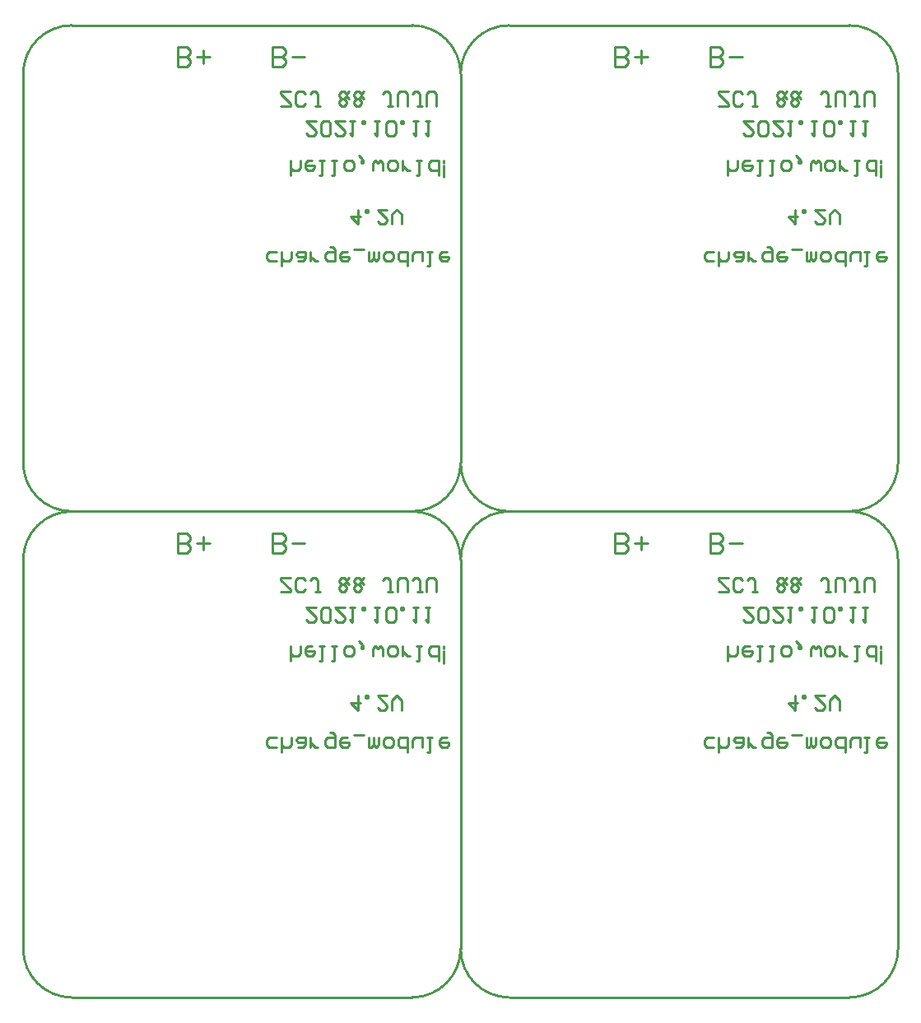
<source format=gbo>
G04*
G04 #@! TF.GenerationSoftware,Altium Limited,Altium Designer,20.2.3 (150)*
G04*
G04 Layer_Color=32896*
%FSLAX44Y44*%
%MOMM*%
G71*
G04*
G04 #@! TF.SameCoordinates,C1CC25AD-0FF3-43E4-BDA3-AC1D03E08D52*
G04*
G04*
G04 #@! TF.FilePolarity,Positive*
G04*
G01*
G75*
%ADD31C,0.2540*%
%ADD39C,0.2540*%
D31*
X256413Y457526D02*
Y477520D01*
X266410D01*
X269742Y474188D01*
Y470855D01*
X266410Y467523D01*
X256413D01*
X266410D01*
X269742Y464191D01*
Y460859D01*
X266410Y457526D01*
X256413D01*
X276407Y467523D02*
X289736D01*
X158750Y457526D02*
Y477520D01*
X168747D01*
X172079Y474188D01*
Y470855D01*
X168747Y467523D01*
X158750D01*
X168747D01*
X172079Y464191D01*
Y460859D01*
X168747Y457526D01*
X158750D01*
X178744Y467523D02*
X192073D01*
X185408Y460859D02*
Y474188D01*
X344438Y310540D02*
Y295545D01*
X336940Y303042D01*
X346937D01*
X351935Y310540D02*
Y308041D01*
X354434D01*
Y310540D01*
X351935D01*
X374428D02*
X364431D01*
X374428Y300543D01*
Y298044D01*
X371929Y295545D01*
X366930D01*
X364431Y298044D01*
X379426Y295545D02*
Y305542D01*
X384425Y310540D01*
X389423Y305542D01*
Y295545D01*
X260568Y257293D02*
X253070D01*
X250571Y259792D01*
Y264790D01*
X253070Y267290D01*
X260568D01*
X265566Y252295D02*
Y267290D01*
Y259792D01*
X268065Y257293D01*
X273064D01*
X275563Y259792D01*
Y267290D01*
X283060Y257293D02*
X288059D01*
X290558Y259792D01*
Y267290D01*
X283060D01*
X280561Y264790D01*
X283060Y262291D01*
X290558D01*
X295556Y257293D02*
Y267290D01*
Y262291D01*
X298056Y259792D01*
X300555Y257293D01*
X303054D01*
X315550Y272288D02*
X318049D01*
X320548Y269789D01*
Y257293D01*
X313051D01*
X310552Y259792D01*
Y264790D01*
X313051Y267290D01*
X320548D01*
X333044D02*
X328046D01*
X325547Y264790D01*
Y259792D01*
X328046Y257293D01*
X333044D01*
X335544Y259792D01*
Y262291D01*
X325547D01*
X340542Y269789D02*
X350539D01*
X355537Y267290D02*
Y257293D01*
X358036D01*
X360535Y259792D01*
Y267290D01*
Y259792D01*
X363035Y257293D01*
X365534Y259792D01*
Y267290D01*
X373031D02*
X378030D01*
X380529Y264790D01*
Y259792D01*
X378030Y257293D01*
X373031D01*
X370532Y259792D01*
Y264790D01*
X373031Y267290D01*
X395524Y252295D02*
Y267290D01*
X388027D01*
X385527Y264790D01*
Y259792D01*
X388027Y257293D01*
X395524D01*
X400522D02*
Y264790D01*
X403022Y267290D01*
X410519D01*
Y257293D01*
X415518Y267290D02*
X420516D01*
X418017D01*
Y252295D01*
X415518D01*
X435511Y267290D02*
X430513D01*
X428013Y264790D01*
Y259792D01*
X430513Y257293D01*
X435511D01*
X438010Y259792D01*
Y262291D01*
X428013D01*
X274955Y346147D02*
Y361143D01*
Y353645D01*
X277454Y351146D01*
X282453D01*
X284952Y353645D01*
Y361143D01*
X297448D02*
X292449D01*
X289950Y358643D01*
Y353645D01*
X292449Y351146D01*
X297448D01*
X299947Y353645D01*
Y356144D01*
X289950D01*
X304945Y361143D02*
X309944D01*
X307444D01*
Y346147D01*
X304945D01*
X317441Y361143D02*
X322440D01*
X319940D01*
Y346147D01*
X317441D01*
X332436Y361143D02*
X337435D01*
X339934Y358643D01*
Y353645D01*
X337435Y351146D01*
X332436D01*
X329937Y353645D01*
Y358643D01*
X332436Y361143D01*
X347431Y363642D02*
X349931Y361143D01*
Y358643D01*
X347431D01*
Y361143D01*
X349931D01*
X347431Y363642D01*
X344932Y366141D01*
X359927Y351146D02*
Y358643D01*
X362427Y361143D01*
X364926Y358643D01*
X367425Y361143D01*
X369924Y358643D01*
Y351146D01*
X377422Y361143D02*
X382420D01*
X384919Y358643D01*
Y353645D01*
X382420Y351146D01*
X377422D01*
X374923Y353645D01*
Y358643D01*
X377422Y361143D01*
X389918Y351146D02*
Y361143D01*
Y356144D01*
X392417Y353645D01*
X394916Y351146D01*
X397415D01*
X404913Y361143D02*
X409911D01*
X407412D01*
Y346147D01*
X404913D01*
X427406D02*
Y361143D01*
X419908D01*
X417409Y358643D01*
Y353645D01*
X419908Y351146D01*
X427406D01*
X432404Y356144D02*
Y343648D01*
Y358643D02*
Y361143D01*
X301081Y401320D02*
X291084D01*
X301081Y391323D01*
Y388824D01*
X298582Y386325D01*
X293583D01*
X291084Y388824D01*
X306079D02*
X308578Y386325D01*
X313577D01*
X316076Y388824D01*
Y398821D01*
X313577Y401320D01*
X308578D01*
X306079Y398821D01*
Y388824D01*
X331071Y401320D02*
X321074D01*
X331071Y391323D01*
Y388824D01*
X328572Y386325D01*
X323573D01*
X321074Y388824D01*
X336069Y401320D02*
X341068D01*
X338569D01*
Y386325D01*
X336069Y388824D01*
X348565Y401320D02*
Y398821D01*
X351065D01*
Y401320D01*
X348565D01*
X361061D02*
X366060D01*
X363560D01*
Y386325D01*
X361061Y388824D01*
X373557D02*
X376057Y386325D01*
X381055D01*
X383554Y388824D01*
Y398821D01*
X381055Y401320D01*
X376057D01*
X373557Y398821D01*
Y388824D01*
X388553Y401320D02*
Y398821D01*
X391052D01*
Y401320D01*
X388553D01*
X401048D02*
X406047D01*
X403548D01*
Y386325D01*
X401048Y388824D01*
X413544Y401320D02*
X418543D01*
X416044D01*
Y386325D01*
X413544Y388824D01*
X265176Y417059D02*
X275173D01*
Y419558D01*
X265176Y429555D01*
Y432054D01*
X275173D01*
X290168Y419558D02*
X287669Y417059D01*
X282670D01*
X280171Y419558D01*
Y429555D01*
X282670Y432054D01*
X287669D01*
X290168Y429555D01*
X305163Y417059D02*
X300165D01*
X302664D01*
Y429555D01*
X300165Y432054D01*
X297666D01*
X295166Y429555D01*
X335153Y432054D02*
X332654Y429555D01*
X330155Y432054D01*
X327656D01*
X325157Y429555D01*
Y427056D01*
X327656Y424556D01*
X325157Y422057D01*
Y419558D01*
X327656Y417059D01*
X330155D01*
X332654Y419558D01*
Y422057D01*
X330155Y424556D01*
X332654Y427056D01*
Y429555D01*
X335153Y424556D02*
X332654Y427056D01*
X327656Y424556D02*
X330155D01*
X350149Y432054D02*
X347649Y429555D01*
X345150Y432054D01*
X342651D01*
X340152Y429555D01*
Y427056D01*
X342651Y424556D01*
X340152Y422057D01*
Y419558D01*
X342651Y417059D01*
X345150D01*
X347649Y419558D01*
Y422057D01*
X345150Y424556D01*
X347649Y427056D01*
Y429555D01*
X350149Y424556D02*
X347649Y427056D01*
X342651Y424556D02*
X345150D01*
X380139Y417059D02*
X375140D01*
X377640D01*
Y429555D01*
X375140Y432054D01*
X372641D01*
X370142Y429555D01*
X385137Y417059D02*
Y429555D01*
X387636Y432054D01*
X392635D01*
X395134Y429555D01*
Y417059D01*
X410129D02*
X405131D01*
X407630D01*
Y429555D01*
X405131Y432054D01*
X402631D01*
X400132Y429555D01*
X415127Y417059D02*
Y429555D01*
X417627Y432054D01*
X422625D01*
X425124Y429555D01*
Y417059D01*
X706413Y457526D02*
Y477520D01*
X716410D01*
X719742Y474188D01*
Y470855D01*
X716410Y467523D01*
X706413D01*
X716410D01*
X719742Y464191D01*
Y460859D01*
X716410Y457526D01*
X706413D01*
X726406Y467523D02*
X739736D01*
X608750Y457526D02*
Y477520D01*
X618747D01*
X622079Y474188D01*
Y470855D01*
X618747Y467523D01*
X608750D01*
X618747D01*
X622079Y464191D01*
Y460859D01*
X618747Y457526D01*
X608750D01*
X628744Y467523D02*
X642073D01*
X635408Y460859D02*
Y474188D01*
X794438Y310540D02*
Y295545D01*
X786940Y303042D01*
X796937D01*
X801935Y310540D02*
Y308041D01*
X804434D01*
Y310540D01*
X801935D01*
X824428D02*
X814431D01*
X824428Y300543D01*
Y298044D01*
X821929Y295545D01*
X816930D01*
X814431Y298044D01*
X829426Y295545D02*
Y305542D01*
X834425Y310540D01*
X839423Y305542D01*
Y295545D01*
X710568Y257293D02*
X703070D01*
X700571Y259792D01*
Y264790D01*
X703070Y267290D01*
X710568D01*
X715566Y252295D02*
Y267290D01*
Y259792D01*
X718065Y257293D01*
X723064D01*
X725563Y259792D01*
Y267290D01*
X733061Y257293D02*
X738059D01*
X740558Y259792D01*
Y267290D01*
X733061D01*
X730561Y264790D01*
X733061Y262291D01*
X740558D01*
X745556Y257293D02*
Y267290D01*
Y262291D01*
X748056Y259792D01*
X750555Y257293D01*
X753054D01*
X765550Y272288D02*
X768049D01*
X770548Y269789D01*
Y257293D01*
X763051D01*
X760552Y259792D01*
Y264790D01*
X763051Y267290D01*
X770548D01*
X783044D02*
X778046D01*
X775547Y264790D01*
Y259792D01*
X778046Y257293D01*
X783044D01*
X785544Y259792D01*
Y262291D01*
X775547D01*
X790542Y269789D02*
X800539D01*
X805537Y267290D02*
Y257293D01*
X808036D01*
X810535Y259792D01*
Y267290D01*
Y259792D01*
X813035Y257293D01*
X815534Y259792D01*
Y267290D01*
X823031D02*
X828030D01*
X830529Y264790D01*
Y259792D01*
X828030Y257293D01*
X823031D01*
X820532Y259792D01*
Y264790D01*
X823031Y267290D01*
X845524Y252295D02*
Y267290D01*
X838027D01*
X835527Y264790D01*
Y259792D01*
X838027Y257293D01*
X845524D01*
X850522D02*
Y264790D01*
X853022Y267290D01*
X860519D01*
Y257293D01*
X865518Y267290D02*
X870516D01*
X868017D01*
Y252295D01*
X865518D01*
X885511Y267290D02*
X880513D01*
X878014Y264790D01*
Y259792D01*
X880513Y257293D01*
X885511D01*
X888010Y259792D01*
Y262291D01*
X878014D01*
X724955Y346147D02*
Y361143D01*
Y353645D01*
X727454Y351146D01*
X732453D01*
X734952Y353645D01*
Y361143D01*
X747448D02*
X742449D01*
X739950Y358643D01*
Y353645D01*
X742449Y351146D01*
X747448D01*
X749947Y353645D01*
Y356144D01*
X739950D01*
X754945Y361143D02*
X759944D01*
X757445D01*
Y346147D01*
X754945D01*
X767441Y361143D02*
X772440D01*
X769940D01*
Y346147D01*
X767441D01*
X782436Y361143D02*
X787435D01*
X789934Y358643D01*
Y353645D01*
X787435Y351146D01*
X782436D01*
X779937Y353645D01*
Y358643D01*
X782436Y361143D01*
X797431Y363642D02*
X799931Y361143D01*
Y358643D01*
X797431D01*
Y361143D01*
X799931D01*
X797431Y363642D01*
X794932Y366141D01*
X809928Y351146D02*
Y358643D01*
X812427Y361143D01*
X814926Y358643D01*
X817425Y361143D01*
X819924Y358643D01*
Y351146D01*
X827422Y361143D02*
X832420D01*
X834919Y358643D01*
Y353645D01*
X832420Y351146D01*
X827422D01*
X824923Y353645D01*
Y358643D01*
X827422Y361143D01*
X839918Y351146D02*
Y361143D01*
Y356144D01*
X842417Y353645D01*
X844916Y351146D01*
X847415D01*
X854913Y361143D02*
X859911D01*
X857412D01*
Y346147D01*
X854913D01*
X877406D02*
Y361143D01*
X869908D01*
X867409Y358643D01*
Y353645D01*
X869908Y351146D01*
X877406D01*
X882404Y356144D02*
Y343648D01*
Y358643D02*
Y361143D01*
X751081Y401320D02*
X741084D01*
X751081Y391323D01*
Y388824D01*
X748582Y386325D01*
X743583D01*
X741084Y388824D01*
X756079D02*
X758578Y386325D01*
X763577D01*
X766076Y388824D01*
Y398821D01*
X763577Y401320D01*
X758578D01*
X756079Y398821D01*
Y388824D01*
X781071Y401320D02*
X771074D01*
X781071Y391323D01*
Y388824D01*
X778572Y386325D01*
X773574D01*
X771074Y388824D01*
X786069Y401320D02*
X791068D01*
X788569D01*
Y386325D01*
X786069Y388824D01*
X798565Y401320D02*
Y398821D01*
X801065D01*
Y401320D01*
X798565D01*
X811061D02*
X816060D01*
X813560D01*
Y386325D01*
X811061Y388824D01*
X823557D02*
X826057Y386325D01*
X831055D01*
X833554Y388824D01*
Y398821D01*
X831055Y401320D01*
X826057D01*
X823557Y398821D01*
Y388824D01*
X838552Y401320D02*
Y398821D01*
X841052D01*
Y401320D01*
X838552D01*
X851048D02*
X856047D01*
X853548D01*
Y386325D01*
X851048Y388824D01*
X863544Y401320D02*
X868543D01*
X866044D01*
Y386325D01*
X863544Y388824D01*
X715176Y417059D02*
X725173D01*
Y419558D01*
X715176Y429555D01*
Y432054D01*
X725173D01*
X740168Y419558D02*
X737669Y417059D01*
X732670D01*
X730171Y419558D01*
Y429555D01*
X732670Y432054D01*
X737669D01*
X740168Y429555D01*
X755163Y417059D02*
X750165D01*
X752664D01*
Y429555D01*
X750165Y432054D01*
X747665D01*
X745166Y429555D01*
X785153Y432054D02*
X782654Y429555D01*
X780155Y432054D01*
X777656D01*
X775157Y429555D01*
Y427056D01*
X777656Y424556D01*
X775157Y422057D01*
Y419558D01*
X777656Y417059D01*
X780155D01*
X782654Y419558D01*
Y422057D01*
X780155Y424556D01*
X782654Y427056D01*
Y429555D01*
X785153Y424556D02*
X782654Y427056D01*
X777656Y424556D02*
X780155D01*
X800148Y432054D02*
X797649Y429555D01*
X795150Y432054D01*
X792651D01*
X790152Y429555D01*
Y427056D01*
X792651Y424556D01*
X790152Y422057D01*
Y419558D01*
X792651Y417059D01*
X795150D01*
X797649Y419558D01*
Y422057D01*
X795150Y424556D01*
X797649Y427056D01*
Y429555D01*
X800148Y424556D02*
X797649Y427056D01*
X792651Y424556D02*
X795150D01*
X830139Y417059D02*
X825140D01*
X827640D01*
Y429555D01*
X825140Y432054D01*
X822641D01*
X820142Y429555D01*
X835137Y417059D02*
Y429555D01*
X837636Y432054D01*
X842635D01*
X845134Y429555D01*
Y417059D01*
X860129D02*
X855131D01*
X857630D01*
Y429555D01*
X855131Y432054D01*
X852632D01*
X850132Y429555D01*
X865127Y417059D02*
Y429555D01*
X867627Y432054D01*
X872625D01*
X875124Y429555D01*
Y417059D01*
X256413Y957526D02*
Y977520D01*
X266410D01*
X269742Y974188D01*
Y970855D01*
X266410Y967523D01*
X256413D01*
X266410D01*
X269742Y964191D01*
Y960859D01*
X266410Y957526D01*
X256413D01*
X276407Y967523D02*
X289736D01*
X158750Y957526D02*
Y977520D01*
X168747D01*
X172079Y974188D01*
Y970855D01*
X168747Y967523D01*
X158750D01*
X168747D01*
X172079Y964191D01*
Y960859D01*
X168747Y957526D01*
X158750D01*
X178744Y967523D02*
X192073D01*
X185408Y960859D02*
Y974188D01*
X344438Y810540D02*
Y795545D01*
X336940Y803042D01*
X346937D01*
X351935Y810540D02*
Y808041D01*
X354434D01*
Y810540D01*
X351935D01*
X374428D02*
X364431D01*
X374428Y800543D01*
Y798044D01*
X371929Y795545D01*
X366930D01*
X364431Y798044D01*
X379426Y795545D02*
Y805542D01*
X384425Y810540D01*
X389423Y805542D01*
Y795545D01*
X260568Y757293D02*
X253070D01*
X250571Y759792D01*
Y764790D01*
X253070Y767290D01*
X260568D01*
X265566Y752294D02*
Y767290D01*
Y759792D01*
X268065Y757293D01*
X273064D01*
X275563Y759792D01*
Y767290D01*
X283060Y757293D02*
X288059D01*
X290558Y759792D01*
Y767290D01*
X283060D01*
X280561Y764790D01*
X283060Y762291D01*
X290558D01*
X295556Y757293D02*
Y767290D01*
Y762291D01*
X298056Y759792D01*
X300555Y757293D01*
X303054D01*
X315550Y772288D02*
X318049D01*
X320548Y769789D01*
Y757293D01*
X313051D01*
X310552Y759792D01*
Y764790D01*
X313051Y767290D01*
X320548D01*
X333044D02*
X328046D01*
X325547Y764790D01*
Y759792D01*
X328046Y757293D01*
X333044D01*
X335544Y759792D01*
Y762291D01*
X325547D01*
X340542Y769789D02*
X350539D01*
X355537Y767290D02*
Y757293D01*
X358036D01*
X360535Y759792D01*
Y767290D01*
Y759792D01*
X363035Y757293D01*
X365534Y759792D01*
Y767290D01*
X373031D02*
X378030D01*
X380529Y764790D01*
Y759792D01*
X378030Y757293D01*
X373031D01*
X370532Y759792D01*
Y764790D01*
X373031Y767290D01*
X395524Y752294D02*
Y767290D01*
X388027D01*
X385527Y764790D01*
Y759792D01*
X388027Y757293D01*
X395524D01*
X400522D02*
Y764790D01*
X403022Y767290D01*
X410519D01*
Y757293D01*
X415518Y767290D02*
X420516D01*
X418017D01*
Y752294D01*
X415518D01*
X435511Y767290D02*
X430513D01*
X428013Y764790D01*
Y759792D01*
X430513Y757293D01*
X435511D01*
X438010Y759792D01*
Y762291D01*
X428013D01*
X274955Y846148D02*
Y861143D01*
Y853645D01*
X277454Y851146D01*
X282453D01*
X284952Y853645D01*
Y861143D01*
X297448D02*
X292449D01*
X289950Y858643D01*
Y853645D01*
X292449Y851146D01*
X297448D01*
X299947Y853645D01*
Y856144D01*
X289950D01*
X304945Y861143D02*
X309944D01*
X307444D01*
Y846148D01*
X304945D01*
X317441Y861143D02*
X322440D01*
X319940D01*
Y846148D01*
X317441D01*
X332436Y861143D02*
X337435D01*
X339934Y858643D01*
Y853645D01*
X337435Y851146D01*
X332436D01*
X329937Y853645D01*
Y858643D01*
X332436Y861143D01*
X347431Y863642D02*
X349931Y861143D01*
Y858643D01*
X347431D01*
Y861143D01*
X349931D01*
X347431Y863642D01*
X344932Y866141D01*
X359927Y851146D02*
Y858643D01*
X362427Y861143D01*
X364926Y858643D01*
X367425Y861143D01*
X369924Y858643D01*
Y851146D01*
X377422Y861143D02*
X382420D01*
X384919Y858643D01*
Y853645D01*
X382420Y851146D01*
X377422D01*
X374923Y853645D01*
Y858643D01*
X377422Y861143D01*
X389918Y851146D02*
Y861143D01*
Y856144D01*
X392417Y853645D01*
X394916Y851146D01*
X397415D01*
X404913Y861143D02*
X409911D01*
X407412D01*
Y846148D01*
X404913D01*
X427406D02*
Y861143D01*
X419908D01*
X417409Y858643D01*
Y853645D01*
X419908Y851146D01*
X427406D01*
X432404Y856144D02*
Y843648D01*
Y858643D02*
Y861143D01*
X301081Y901320D02*
X291084D01*
X301081Y891323D01*
Y888824D01*
X298582Y886325D01*
X293583D01*
X291084Y888824D01*
X306079D02*
X308578Y886325D01*
X313577D01*
X316076Y888824D01*
Y898821D01*
X313577Y901320D01*
X308578D01*
X306079Y898821D01*
Y888824D01*
X331071Y901320D02*
X321074D01*
X331071Y891323D01*
Y888824D01*
X328572Y886325D01*
X323573D01*
X321074Y888824D01*
X336069Y901320D02*
X341068D01*
X338569D01*
Y886325D01*
X336069Y888824D01*
X348565Y901320D02*
Y898821D01*
X351065D01*
Y901320D01*
X348565D01*
X361061D02*
X366060D01*
X363560D01*
Y886325D01*
X361061Y888824D01*
X373557D02*
X376057Y886325D01*
X381055D01*
X383554Y888824D01*
Y898821D01*
X381055Y901320D01*
X376057D01*
X373557Y898821D01*
Y888824D01*
X388553Y901320D02*
Y898821D01*
X391052D01*
Y901320D01*
X388553D01*
X401048D02*
X406047D01*
X403548D01*
Y886325D01*
X401048Y888824D01*
X413544Y901320D02*
X418543D01*
X416044D01*
Y886325D01*
X413544Y888824D01*
X265176Y917059D02*
X275173D01*
Y919558D01*
X265176Y929555D01*
Y932054D01*
X275173D01*
X290168Y919558D02*
X287669Y917059D01*
X282670D01*
X280171Y919558D01*
Y929555D01*
X282670Y932054D01*
X287669D01*
X290168Y929555D01*
X305163Y917059D02*
X300165D01*
X302664D01*
Y929555D01*
X300165Y932054D01*
X297666D01*
X295166Y929555D01*
X335153Y932054D02*
X332654Y929555D01*
X330155Y932054D01*
X327656D01*
X325157Y929555D01*
Y927056D01*
X327656Y924556D01*
X325157Y922057D01*
Y919558D01*
X327656Y917059D01*
X330155D01*
X332654Y919558D01*
Y922057D01*
X330155Y924556D01*
X332654Y927056D01*
Y929555D01*
X335153Y924556D02*
X332654Y927056D01*
X327656Y924556D02*
X330155D01*
X350149Y932054D02*
X347649Y929555D01*
X345150Y932054D01*
X342651D01*
X340152Y929555D01*
Y927056D01*
X342651Y924556D01*
X340152Y922057D01*
Y919558D01*
X342651Y917059D01*
X345150D01*
X347649Y919558D01*
Y922057D01*
X345150Y924556D01*
X347649Y927056D01*
Y929555D01*
X350149Y924556D02*
X347649Y927056D01*
X342651Y924556D02*
X345150D01*
X380139Y917059D02*
X375140D01*
X377640D01*
Y929555D01*
X375140Y932054D01*
X372641D01*
X370142Y929555D01*
X385137Y917059D02*
Y929555D01*
X387636Y932054D01*
X392635D01*
X395134Y929555D01*
Y917059D01*
X410129D02*
X405131D01*
X407630D01*
Y929555D01*
X405131Y932054D01*
X402631D01*
X400132Y929555D01*
X415127Y917059D02*
Y929555D01*
X417627Y932054D01*
X422625D01*
X425124Y929555D01*
Y917059D01*
X706413Y957526D02*
Y977520D01*
X716410D01*
X719742Y974188D01*
Y970855D01*
X716410Y967523D01*
X706413D01*
X716410D01*
X719742Y964191D01*
Y960859D01*
X716410Y957526D01*
X706413D01*
X726406Y967523D02*
X739736D01*
X608750Y957526D02*
Y977520D01*
X618747D01*
X622079Y974188D01*
Y970855D01*
X618747Y967523D01*
X608750D01*
X618747D01*
X622079Y964191D01*
Y960859D01*
X618747Y957526D01*
X608750D01*
X628744Y967523D02*
X642073D01*
X635408Y960859D02*
Y974188D01*
X794438Y810540D02*
Y795545D01*
X786940Y803042D01*
X796937D01*
X801935Y810540D02*
Y808041D01*
X804434D01*
Y810540D01*
X801935D01*
X824428D02*
X814431D01*
X824428Y800543D01*
Y798044D01*
X821929Y795545D01*
X816930D01*
X814431Y798044D01*
X829426Y795545D02*
Y805542D01*
X834425Y810540D01*
X839423Y805542D01*
Y795545D01*
X710568Y757293D02*
X703070D01*
X700571Y759792D01*
Y764790D01*
X703070Y767290D01*
X710568D01*
X715566Y752294D02*
Y767290D01*
Y759792D01*
X718065Y757293D01*
X723064D01*
X725563Y759792D01*
Y767290D01*
X733061Y757293D02*
X738059D01*
X740558Y759792D01*
Y767290D01*
X733061D01*
X730561Y764790D01*
X733061Y762291D01*
X740558D01*
X745556Y757293D02*
Y767290D01*
Y762291D01*
X748056Y759792D01*
X750555Y757293D01*
X753054D01*
X765550Y772288D02*
X768049D01*
X770548Y769789D01*
Y757293D01*
X763051D01*
X760552Y759792D01*
Y764790D01*
X763051Y767290D01*
X770548D01*
X783044D02*
X778046D01*
X775547Y764790D01*
Y759792D01*
X778046Y757293D01*
X783044D01*
X785544Y759792D01*
Y762291D01*
X775547D01*
X790542Y769789D02*
X800539D01*
X805537Y767290D02*
Y757293D01*
X808036D01*
X810535Y759792D01*
Y767290D01*
Y759792D01*
X813035Y757293D01*
X815534Y759792D01*
Y767290D01*
X823031D02*
X828030D01*
X830529Y764790D01*
Y759792D01*
X828030Y757293D01*
X823031D01*
X820532Y759792D01*
Y764790D01*
X823031Y767290D01*
X845524Y752294D02*
Y767290D01*
X838027D01*
X835527Y764790D01*
Y759792D01*
X838027Y757293D01*
X845524D01*
X850522D02*
Y764790D01*
X853022Y767290D01*
X860519D01*
Y757293D01*
X865518Y767290D02*
X870516D01*
X868017D01*
Y752294D01*
X865518D01*
X885511Y767290D02*
X880513D01*
X878014Y764790D01*
Y759792D01*
X880513Y757293D01*
X885511D01*
X888010Y759792D01*
Y762291D01*
X878014D01*
X724955Y846148D02*
Y861143D01*
Y853645D01*
X727454Y851146D01*
X732453D01*
X734952Y853645D01*
Y861143D01*
X747448D02*
X742449D01*
X739950Y858643D01*
Y853645D01*
X742449Y851146D01*
X747448D01*
X749947Y853645D01*
Y856144D01*
X739950D01*
X754945Y861143D02*
X759944D01*
X757445D01*
Y846148D01*
X754945D01*
X767441Y861143D02*
X772440D01*
X769940D01*
Y846148D01*
X767441D01*
X782436Y861143D02*
X787435D01*
X789934Y858643D01*
Y853645D01*
X787435Y851146D01*
X782436D01*
X779937Y853645D01*
Y858643D01*
X782436Y861143D01*
X797431Y863642D02*
X799931Y861143D01*
Y858643D01*
X797431D01*
Y861143D01*
X799931D01*
X797431Y863642D01*
X794932Y866141D01*
X809928Y851146D02*
Y858643D01*
X812427Y861143D01*
X814926Y858643D01*
X817425Y861143D01*
X819924Y858643D01*
Y851146D01*
X827422Y861143D02*
X832420D01*
X834919Y858643D01*
Y853645D01*
X832420Y851146D01*
X827422D01*
X824923Y853645D01*
Y858643D01*
X827422Y861143D01*
X839918Y851146D02*
Y861143D01*
Y856144D01*
X842417Y853645D01*
X844916Y851146D01*
X847415D01*
X854913Y861143D02*
X859911D01*
X857412D01*
Y846148D01*
X854913D01*
X877406D02*
Y861143D01*
X869908D01*
X867409Y858643D01*
Y853645D01*
X869908Y851146D01*
X877406D01*
X882404Y856144D02*
Y843648D01*
Y858643D02*
Y861143D01*
X751081Y901320D02*
X741084D01*
X751081Y891323D01*
Y888824D01*
X748582Y886325D01*
X743583D01*
X741084Y888824D01*
X756079D02*
X758578Y886325D01*
X763577D01*
X766076Y888824D01*
Y898821D01*
X763577Y901320D01*
X758578D01*
X756079Y898821D01*
Y888824D01*
X781071Y901320D02*
X771074D01*
X781071Y891323D01*
Y888824D01*
X778572Y886325D01*
X773574D01*
X771074Y888824D01*
X786069Y901320D02*
X791068D01*
X788569D01*
Y886325D01*
X786069Y888824D01*
X798565Y901320D02*
Y898821D01*
X801065D01*
Y901320D01*
X798565D01*
X811061D02*
X816060D01*
X813560D01*
Y886325D01*
X811061Y888824D01*
X823557D02*
X826057Y886325D01*
X831055D01*
X833554Y888824D01*
Y898821D01*
X831055Y901320D01*
X826057D01*
X823557Y898821D01*
Y888824D01*
X838552Y901320D02*
Y898821D01*
X841052D01*
Y901320D01*
X838552D01*
X851048D02*
X856047D01*
X853548D01*
Y886325D01*
X851048Y888824D01*
X863544Y901320D02*
X868543D01*
X866044D01*
Y886325D01*
X863544Y888824D01*
X715176Y917059D02*
X725173D01*
Y919558D01*
X715176Y929555D01*
Y932054D01*
X725173D01*
X740168Y919558D02*
X737669Y917059D01*
X732670D01*
X730171Y919558D01*
Y929555D01*
X732670Y932054D01*
X737669D01*
X740168Y929555D01*
X755163Y917059D02*
X750165D01*
X752664D01*
Y929555D01*
X750165Y932054D01*
X747665D01*
X745166Y929555D01*
X785153Y932054D02*
X782654Y929555D01*
X780155Y932054D01*
X777656D01*
X775157Y929555D01*
Y927056D01*
X777656Y924556D01*
X775157Y922057D01*
Y919558D01*
X777656Y917059D01*
X780155D01*
X782654Y919558D01*
Y922057D01*
X780155Y924556D01*
X782654Y927056D01*
Y929555D01*
X785153Y924556D02*
X782654Y927056D01*
X777656Y924556D02*
X780155D01*
X800148Y932054D02*
X797649Y929555D01*
X795150Y932054D01*
X792651D01*
X790152Y929555D01*
Y927056D01*
X792651Y924556D01*
X790152Y922057D01*
Y919558D01*
X792651Y917059D01*
X795150D01*
X797649Y919558D01*
Y922057D01*
X795150Y924556D01*
X797649Y927056D01*
Y929555D01*
X800148Y924556D02*
X797649Y927056D01*
X792651Y924556D02*
X795150D01*
X830139Y917059D02*
X825140D01*
X827640D01*
Y929555D01*
X825140Y932054D01*
X822641D01*
X820142Y929555D01*
X835137Y917059D02*
Y929555D01*
X837636Y932054D01*
X842635D01*
X845134Y929555D01*
Y917059D01*
X860129D02*
X855131D01*
X857630D01*
Y929555D01*
X855131Y932054D01*
X852632D01*
X850132Y929555D01*
X865127Y917059D02*
Y929555D01*
X867627Y932054D01*
X872625D01*
X875124Y929555D01*
Y917059D01*
X50000Y1000000D02*
G03*
X0Y950000I0J-50000D01*
G01*
X450000D02*
G03*
X400000Y1000000I-50000J0D01*
G01*
X0Y550000D02*
G03*
X50000Y500000I50000J0D01*
G01*
X500000Y1000000D02*
G03*
X450000Y950000I0J-50000D01*
G01*
X900000D02*
G03*
X850000Y1000000I-50000J0D01*
G01*
Y500000D02*
G03*
X900000Y550000I0J50000D01*
G01*
Y450000D02*
G03*
X850000Y500000I-50000J0D01*
G01*
Y0D02*
G03*
X900000Y50000I0J50000D01*
G01*
X450000D02*
G03*
X500000Y0I50000J0D01*
G01*
X50000Y500000D02*
G03*
X0Y450000I0J-50000D01*
G01*
X400000Y0D02*
G03*
X450000Y50000I0J50000D01*
G01*
X0D02*
G03*
X50000Y0I50000J0D01*
G01*
X900000Y50000D02*
Y450000D01*
X0Y550000D02*
Y950000D01*
X50000Y1000000D02*
X400000D01*
X900000Y550000D02*
Y950000D01*
X500000Y1000000D02*
X850000D01*
X500000Y0D02*
X850000D01*
X0Y50000D02*
Y450000D01*
X50000Y500000D02*
X400000D01*
X50000Y0D02*
X400000D01*
X0Y50000D02*
G03*
X50000Y0I50000J0D01*
G01*
X400000D02*
G03*
X450000Y50000I0J50000D01*
G01*
Y450000D02*
G03*
X400000Y500000I-50000J0D01*
G01*
X50000D02*
G03*
X0Y450000I0J-50000D01*
G01*
X50000Y0D02*
X400000D01*
X50000Y500000D02*
X400000D01*
X450000Y50000D02*
Y450000D01*
X0Y50000D02*
Y450000D01*
X450000Y50000D02*
G03*
X500000Y0I50000J0D01*
G01*
X850000D02*
G03*
X900000Y50000I0J50000D01*
G01*
Y450000D02*
G03*
X850000Y500000I-50000J0D01*
G01*
X500000D02*
G03*
X450000Y450000I0J-50000D01*
G01*
X500000Y0D02*
X850000D01*
X500000Y500000D02*
X850000D01*
X900000Y50000D02*
Y450000D01*
X450000Y50000D02*
Y450000D01*
X0Y550000D02*
G03*
X50000Y500000I50000J0D01*
G01*
X400000D02*
G03*
X450000Y550000I0J50000D01*
G01*
Y950000D02*
G03*
X400000Y1000000I-50000J0D01*
G01*
X50000D02*
G03*
X0Y950000I0J-50000D01*
G01*
X50000Y500000D02*
X400000D01*
X50000Y1000000D02*
X400000D01*
X450000Y550000D02*
Y950000D01*
X0Y550000D02*
Y950000D01*
X450000Y550000D02*
G03*
X500000Y500000I50000J0D01*
G01*
X850000D02*
G03*
X900000Y550000I0J50000D01*
G01*
Y950000D02*
G03*
X850000Y1000000I-50000J0D01*
G01*
X500000D02*
G03*
X450000Y950000I0J-50000D01*
G01*
X500000Y500000D02*
X850000D01*
X500000Y1000000D02*
X850000D01*
X900000Y550000D02*
Y950000D01*
X450000Y550000D02*
Y950000D01*
D39*
X900000Y50000D02*
D03*
M02*

</source>
